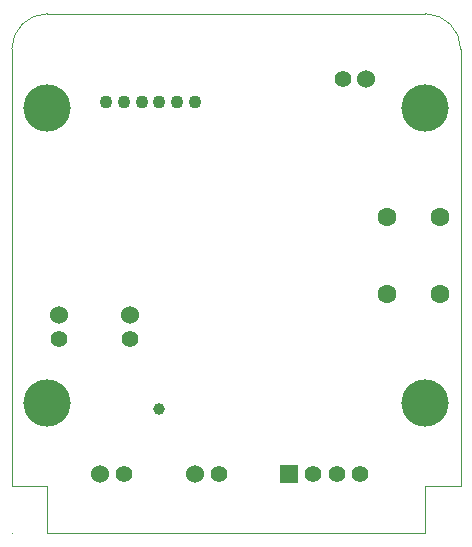
<source format=gbs>
G04 (created by PCBNEW (2013-07-07 BZR 4022)-stable) date 2026/02/15 0:01:33*
%MOIN*%
G04 Gerber Fmt 3.4, Leading zero omitted, Abs format*
%FSLAX34Y34*%
G01*
G70*
G90*
G04 APERTURE LIST*
%ADD10C,0.00590551*%
%ADD11C,0.00393701*%
%ADD12C,0.1575*%
%ADD13C,0.063*%
%ADD14R,0.06X0.06*%
%ADD15C,0.0551*%
%ADD16C,0.06*%
%ADD17C,0.0433*%
%ADD18C,0.0393701*%
G04 APERTURE END LIST*
G54D10*
G54D11*
X0Y0D02*
G75*
G03X0Y0I0J0D01*
G74*
G01*
X0Y0D02*
X0Y0D01*
X0Y0D02*
X0Y0D01*
X0Y0D02*
G75*
G03X0Y0I0J0D01*
G74*
G01*
X0Y0D02*
X0Y0D01*
X0Y0D02*
X0Y0D01*
X0Y0D02*
G75*
G03X0Y0I0J0D01*
G74*
G01*
X0Y0D02*
X0Y0D01*
X0Y0D02*
X0Y0D01*
X14960Y16141D02*
G75*
G03X13779Y17322I-1181J0D01*
G74*
G01*
X1181Y17322D02*
G75*
G03X0Y16141I0J-1181D01*
G74*
G01*
X1181Y17322D02*
X13779Y17322D01*
X14960Y1574D02*
X14960Y16141D01*
X13779Y1574D02*
X14960Y1574D01*
X13779Y0D02*
X13779Y1574D01*
X1181Y0D02*
X13779Y0D01*
X1181Y1574D02*
X1181Y0D01*
X0Y1574D02*
X1181Y1574D01*
X0Y16141D02*
X0Y1574D01*
G54D12*
X13779Y14173D03*
X13779Y4330D03*
X1181Y4330D03*
X1181Y14173D03*
G54D13*
X14271Y10531D03*
X12499Y10531D03*
X14271Y7971D03*
X12499Y7971D03*
G54D14*
X9251Y1968D03*
G54D15*
X10038Y1968D03*
X10826Y1968D03*
X11614Y1968D03*
G54D16*
X11811Y15157D03*
G54D15*
X11024Y15157D03*
G54D16*
X2952Y1968D03*
G54D15*
X3739Y1968D03*
G54D16*
X6102Y1968D03*
G54D15*
X6889Y1968D03*
G54D17*
X3149Y14370D03*
X3740Y14370D03*
X4330Y14370D03*
X4921Y14370D03*
X5511Y14370D03*
X6102Y14370D03*
G54D16*
X1574Y7283D03*
G54D15*
X1574Y6496D03*
G54D16*
X3937Y7283D03*
G54D15*
X3937Y6496D03*
G54D18*
X4921Y4133D03*
M02*

</source>
